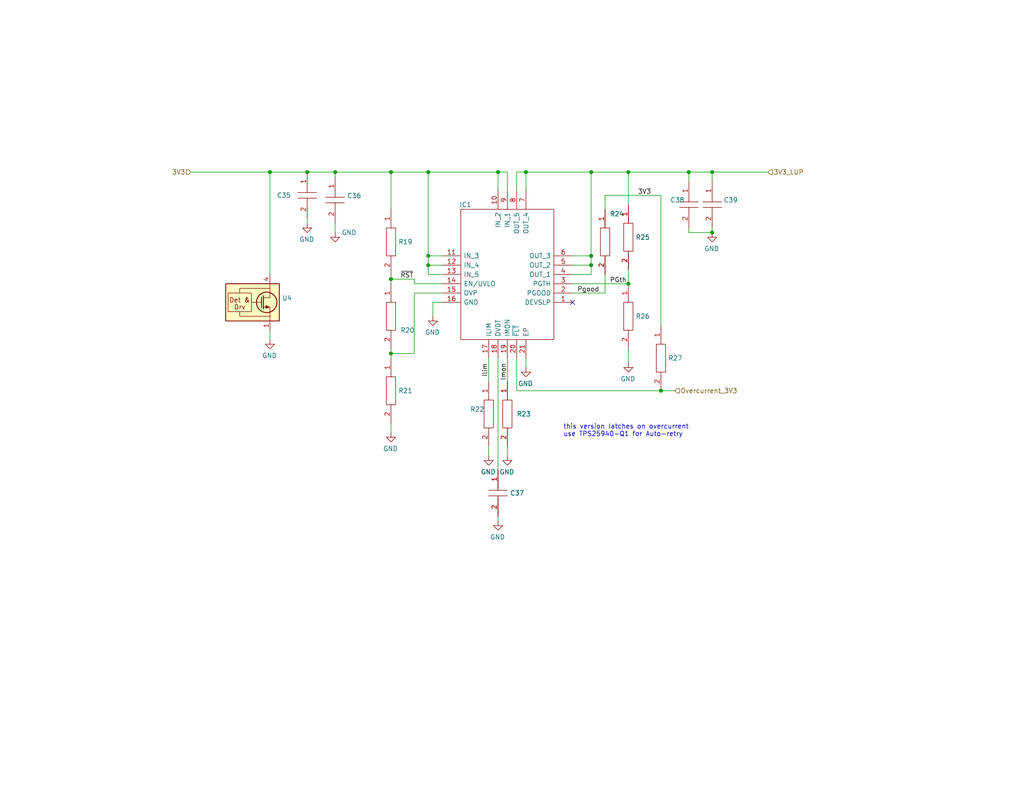
<source format=kicad_sch>
(kicad_sch (version 20211123) (generator eeschema)
  (paper "A")
  (lib_symbols
    (symbol "Power_Protection:TVS1800DRV" (pin_names (offset 0) hide)
      (property "Reference" "U" (at 2.54 1.27 0))
      (property "Value" "TVS1800DRV" (at 2.54 -1.27 0))
      (symbol "TVS1800DRV_0_0"
        (rectangle (start -11.43 2.54) (end -5.08 -2.54))
        (polyline (pts (xy 0 1.27) (xy -1.778 1.27)))
        (polyline (pts (xy -8.255 -2.54) (xy -8.255 -3.81) (xy 0 -3.81)))
        (polyline (pts (xy -8.255 2.54) (xy -8.255 3.81) (xy 0 3.81)))
        (text "Det &" (at -8.255 0.635 0) (effects (font (size 1.27 1.27))))
        (text "Drv" (at -8.255 -1.27 0) (effects (font (size 1.27 1.27))))
      )
      (symbol "TVS1800DRV_0_1"
        (rectangle (start -12.065 5.08) (end 2.54 -5.08) (stroke (width 0.254)) (fill (type background)))
        (circle (center -0.889 0) (radius 2.794) (stroke (width 0.254)))
        (polyline (pts (xy -2.286 0) (xy -5.08 0)))
        (polyline (pts (xy -2.286 1.397) (xy -2.286 -1.524)) (stroke (width 0.254)))
        (polyline (pts (xy -1.778 1.778) (xy -1.778 -1.778)) (stroke (width 0.254)))
        (polyline (pts (xy 0 -2.54) (xy 0 -5.08)))
        (polyline (pts (xy 0 2.54) (xy 0 1.27)))
        (polyline (pts (xy 0 5.08) (xy 0 2.54)))
        (polyline (pts (xy 0 -2.54) (xy 0 -1.27) (xy -1.778 -1.27)))
        (polyline (pts (xy -0.127 -1.27) (xy -1.143 -1.651) (xy -1.143 -0.889) (xy -0.127 -1.27)) (fill (type outline)))
      )
      (symbol "TVS1800DRV_1_1"
        (pin power_in line (at 0 -7.62 90) (length 2.54) (name "GND") (number "1"))
        (pin power_in line (at 0 -7.62 90) (length 2.54) hide (name "GND") (number "2"))
        (pin power_in line (at 0 -7.62 90) (length 2.54) hide (name "GND") (number "3"))
        (pin passive line (at 0 7.62 270) (length 2.54) (name "IN") (number "4"))
        (pin passive line (at 0 7.62 270) (length 2.54) hide (name "IN") (number "5"))
        (pin passive line (at 0 7.62 270) (length 2.54) hide (name "IN") (number "6"))
        (pin power_in line (at 0 -7.62 90) (length 2.54) hide (name "GND") (number "7"))
      )
    )
    (symbol "eFuse_alt_prototype-rescue:06031C104K4Z2A-SamacSys_Parts2" (pin_names (offset 0.762))
      (property "Reference" "C" (at 8.89 6.35 0))
      (property "Value" "06031C104K4Z2A-SamacSys_Parts2" (at 8.89 3.81 0))
      (symbol "06031C104K4Z2A-SamacSys_Parts2_0_0"
        (pin passive line (at 0 0 0) (length 5.08) (name "~") (number "1"))
        (pin passive line (at 12.7 0 180) (length 5.08) (name "~") (number "2"))
      )
      (symbol "06031C104K4Z2A-SamacSys_Parts2_0_1"
        (polyline (pts (xy 5.08 0) (xy 5.588 0)) (stroke (width 0.1524)))
        (polyline (pts (xy 5.588 2.54) (xy 5.588 -2.54)) (stroke (width 0.1524)))
        (polyline (pts (xy 7.112 0) (xy 7.62 0)) (stroke (width 0.1524)))
        (polyline (pts (xy 7.112 2.54) (xy 7.112 -2.54)) (stroke (width 0.1524)))
      )
    )
    (symbol "eFuse_alt_prototype-rescue:08053C105K4Z2A-SamacSys_Parts2" (pin_names (offset 0.762))
      (property "Reference" "C" (at 8.89 6.35 0))
      (property "Value" "08053C105K4Z2A-SamacSys_Parts2" (at 8.89 3.81 0))
      (symbol "08053C105K4Z2A-SamacSys_Parts2_0_0"
        (pin passive line (at 0 0 0) (length 5.08) (name "~") (number "1"))
        (pin passive line (at 12.7 0 180) (length 5.08) (name "~") (number "2"))
      )
      (symbol "08053C105K4Z2A-SamacSys_Parts2_0_1"
        (polyline (pts (xy 5.08 0) (xy 5.588 0)) (stroke (width 0.1524)))
        (polyline (pts (xy 5.588 2.54) (xy 5.588 -2.54)) (stroke (width 0.1524)))
        (polyline (pts (xy 7.112 0) (xy 7.62 0)) (stroke (width 0.1524)))
        (polyline (pts (xy 7.112 2.54) (xy 7.112 -2.54)) (stroke (width 0.1524)))
      )
    )
    (symbol "eFuse_alt_prototype-rescue:CRCW04021M00FKED-SamacSys_Parts2" (pin_names (offset 0.762))
      (property "Reference" "R" (at 13.97 6.35 0))
      (property "Value" "CRCW04021M00FKED-SamacSys_Parts2" (at 13.97 3.81 0))
      (symbol "CRCW04021M00FKED-SamacSys_Parts2_0_0"
        (pin passive line (at 0 0 0) (length 5.08) (name "~") (number "1"))
        (pin passive line (at 17.78 0 180) (length 5.08) (name "~") (number "2"))
      )
      (symbol "CRCW04021M00FKED-SamacSys_Parts2_0_1"
        (polyline (pts (xy 5.08 1.27) (xy 12.7 1.27) (xy 12.7 -1.27) (xy 5.08 -1.27) (xy 5.08 1.27)) (stroke (width 0.1524)))
      )
    )
    (symbol "eFuse_alt_prototype-rescue:GRM188R71H104KA93D-SamacSys_Parts2" (pin_names (offset 0.762))
      (property "Reference" "C" (at 8.89 6.35 0))
      (property "Value" "GRM188R71H104KA93D-SamacSys_Parts2" (at 8.89 3.81 0))
      (symbol "GRM188R71H104KA93D-SamacSys_Parts2_0_0"
        (pin passive line (at 0 0 0) (length 5.08) (name "~") (number "1"))
        (pin passive line (at 12.7 0 180) (length 5.08) (name "~") (number "2"))
      )
      (symbol "GRM188R71H104KA93D-SamacSys_Parts2_0_1"
        (polyline (pts (xy 5.08 0) (xy 5.588 0)) (stroke (width 0.1524)))
        (polyline (pts (xy 5.588 2.54) (xy 5.588 -2.54)) (stroke (width 0.1524)))
        (polyline (pts (xy 7.112 0) (xy 7.62 0)) (stroke (width 0.1524)))
        (polyline (pts (xy 7.112 2.54) (xy 7.112 -2.54)) (stroke (width 0.1524)))
      )
    )
    (symbol "eFuse_alt_prototype-rescue:TPS25940LQRVCRQ1-SamacSys_Parts2" (pin_names (offset 0.762))
      (property "Reference" "IC" (at 31.75 15.24 0))
      (property "Value" "TPS25940LQRVCRQ1-SamacSys_Parts2" (at 31.75 12.7 0))
      (symbol "TPS25940LQRVCRQ1-SamacSys_Parts2_0_0"
        (pin input line (at 0 0 0) (length 5.08) (name "DEVSLP") (number "1"))
        (pin input line (at 20.32 -30.48 90) (length 5.08) (name "IN_2") (number "10"))
        (pin input line (at 35.56 -12.7 180) (length 5.08) (name "IN_3") (number "11"))
        (pin input line (at 35.56 -10.16 180) (length 5.08) (name "IN_4") (number "12"))
        (pin input line (at 35.56 -7.62 180) (length 5.08) (name "IN_5") (number "13"))
        (pin input line (at 35.56 -5.08 180) (length 5.08) (name "EN/UVLO") (number "14"))
        (pin input line (at 35.56 -2.54 180) (length 5.08) (name "OVP") (number "15"))
        (pin power_in line (at 35.56 0 180) (length 5.08) (name "GND") (number "16"))
        (pin bidirectional line (at 22.86 15.24 270) (length 5.08) (name "ILIM") (number "17"))
        (pin bidirectional line (at 20.32 15.24 270) (length 5.08) (name "DVDT") (number "18"))
        (pin output line (at 17.78 15.24 270) (length 5.08) (name "IMON") (number "19"))
        (pin output line (at 0 -2.54 0) (length 5.08) (name "PGOOD") (number "2"))
        (pin output line (at 15.24 15.24 270) (length 5.08) (name "~{FLT}") (number "20"))
        (pin power_in line (at 12.7 15.24 270) (length 5.08) (name "EP") (number "21"))
        (pin input line (at 0 -5.08 0) (length 5.08) (name "PGTH") (number "3"))
        (pin output line (at 0 -7.62 0) (length 5.08) (name "OUT_1") (number "4"))
        (pin output line (at 0 -10.16 0) (length 5.08) (name "OUT_2") (number "5"))
        (pin output line (at 0 -12.7 0) (length 5.08) (name "OUT_3") (number "6"))
        (pin output line (at 12.7 -30.48 90) (length 5.08) (name "OUT_4") (number "7"))
        (pin output line (at 15.24 -30.48 90) (length 5.08) (name "OUT_5") (number "8"))
        (pin input line (at 17.78 -30.48 90) (length 5.08) (name "IN_1") (number "9"))
      )
      (symbol "TPS25940LQRVCRQ1-SamacSys_Parts2_0_1"
        (polyline (pts (xy 5.08 10.16) (xy 30.48 10.16) (xy 30.48 -25.4) (xy 5.08 -25.4) (xy 5.08 10.16)) (stroke (width 0.1524)))
      )
    )
    (symbol "power:GND" (power) (pin_names (offset 0))
      (property "Value" "GND" (at 0 -3.81 0))
      (symbol "GND_0_1"
        (polyline (pts (xy 0 0) (xy 0 -1.27) (xy 1.27 -1.27) (xy 0 -2.54) (xy -1.27 -1.27) (xy 0 -1.27)))
      )
      (symbol "GND_1_1"
        (pin power_in line (at 0 0 270) (length 0) hide (name "GND") (number "1"))
      )
    )
  )
  (junction (at 171.45 46.99))
  (junction (at 194.31 46.99))
  (junction (at 116.84 69.85))
  (junction (at 83.82 46.99))
  (junction (at 106.68 46.99))
  (junction (at 161.29 46.99))
  (junction (at 116.84 72.39))
  (junction (at 161.29 72.39))
  (junction (at 135.89 46.99))
  (junction (at 116.84 46.99))
  (junction (at 161.29 69.85))
  (junction (at 91.44 46.99))
  (junction (at 106.68 76.2))
  (junction (at 143.51 46.99))
  (junction (at 73.66 46.99))
  (junction (at 106.68 96.52))
  (junction (at 171.45 77.47))
  (junction (at 194.31 63.5))
  (junction (at 187.96 46.99))
  (junction (at 180.34 106.68))
  (no_connect (at 156.21 82.55))
  (wire (pts (xy 194.31 49.53) (xy 194.31 46.99)))
  (wire (pts (xy 133.35 124.46) (xy 133.35 121.92)))
  (wire (pts (xy 106.68 76.2) (xy 113.03 76.2)))
  (wire (pts (xy 52.07 46.99) (xy 73.66 46.99)))
  (wire (pts (xy 120.65 69.85) (xy 116.84 69.85)))
  (wire (pts (xy 156.21 69.85) (xy 161.29 69.85)))
  (wire (pts (xy 143.51 46.99) (xy 161.29 46.99)))
  (wire (pts (xy 118.11 82.55) (xy 118.11 86.36)))
  (wire (pts (xy 138.43 52.07) (xy 138.43 46.99)))
  (wire (pts (xy 106.68 96.52) (xy 113.03 96.52)))
  (wire (pts (xy 73.66 46.99) (xy 83.82 46.99)))
  (wire (pts (xy 161.29 46.99) (xy 171.45 46.99)))
  (wire (pts (xy 91.44 48.26) (xy 91.44 46.99)))
  (wire (pts (xy 171.45 73.66) (xy 171.45 77.47)))
  (wire (pts (xy 171.45 99.06) (xy 171.45 95.25)))
  (wire (pts (xy 116.84 74.93) (xy 120.65 74.93)))
  (wire (pts (xy 171.45 55.88) (xy 171.45 46.99)))
  (wire (pts (xy 113.03 76.2) (xy 113.03 77.47)))
  (wire (pts (xy 135.89 142.24) (xy 135.89 140.97)))
  (wire (pts (xy 156.21 80.01) (xy 165.1 80.01)))
  (wire (pts (xy 83.82 46.99) (xy 91.44 46.99)))
  (wire (pts (xy 187.96 63.5) (xy 194.31 63.5)))
  (wire (pts (xy 161.29 69.85) (xy 161.29 46.99)))
  (wire (pts (xy 106.68 118.11) (xy 106.68 115.57)))
  (wire (pts (xy 116.84 72.39) (xy 116.84 74.93)))
  (wire (pts (xy 165.1 80.01) (xy 165.1 74.93)))
  (wire (pts (xy 120.65 82.55) (xy 118.11 82.55)))
  (wire (pts (xy 143.51 52.07) (xy 143.51 46.99)))
  (wire (pts (xy 187.96 49.53) (xy 187.96 46.99)))
  (wire (pts (xy 83.82 60.96) (xy 83.82 59.69)))
  (wire (pts (xy 156.21 74.93) (xy 161.29 74.93)))
  (wire (pts (xy 106.68 96.52) (xy 106.68 95.25)))
  (wire (pts (xy 165.1 57.15) (xy 165.1 53.34)))
  (wire (pts (xy 138.43 97.79) (xy 138.43 104.14)))
  (wire (pts (xy 187.96 63.5) (xy 187.96 62.23)))
  (wire (pts (xy 138.43 46.99) (xy 135.89 46.99)))
  (wire (pts (xy 91.44 63.5) (xy 91.44 60.96)))
  (wire (pts (xy 161.29 69.85) (xy 161.29 72.39)))
  (wire (pts (xy 73.66 74.93) (xy 73.66 46.99)))
  (wire (pts (xy 194.31 46.99) (xy 209.55 46.99)))
  (wire (pts (xy 135.89 52.07) (xy 135.89 46.99)))
  (wire (pts (xy 91.44 46.99) (xy 106.68 46.99)))
  (wire (pts (xy 106.68 97.79) (xy 106.68 96.52)))
  (wire (pts (xy 135.89 97.79) (xy 135.89 128.27)))
  (wire (pts (xy 133.35 97.79) (xy 133.35 104.14)))
  (wire (pts (xy 138.43 124.46) (xy 138.43 121.92)))
  (wire (pts (xy 116.84 46.99) (xy 106.68 46.99)))
  (wire (pts (xy 143.51 97.79) (xy 143.51 100.33)))
  (wire (pts (xy 116.84 69.85) (xy 116.84 72.39)))
  (wire (pts (xy 106.68 57.15) (xy 106.68 46.99)))
  (wire (pts (xy 156.21 77.47) (xy 171.45 77.47)))
  (wire (pts (xy 165.1 53.34) (xy 180.34 53.34)))
  (wire (pts (xy 140.97 106.68) (xy 180.34 106.68)))
  (wire (pts (xy 161.29 72.39) (xy 161.29 74.93)))
  (wire (pts (xy 156.21 72.39) (xy 161.29 72.39)))
  (wire (pts (xy 106.68 76.2) (xy 106.68 74.93)))
  (wire (pts (xy 194.31 63.5) (xy 194.31 62.23)))
  (wire (pts (xy 113.03 77.47) (xy 120.65 77.47)))
  (wire (pts (xy 135.89 46.99) (xy 116.84 46.99)))
  (wire (pts (xy 113.03 80.01) (xy 120.65 80.01)))
  (wire (pts (xy 120.65 72.39) (xy 116.84 72.39)))
  (wire (pts (xy 116.84 69.85) (xy 116.84 46.99)))
  (wire (pts (xy 171.45 46.99) (xy 187.96 46.99)))
  (wire (pts (xy 187.96 46.99) (xy 194.31 46.99)))
  (wire (pts (xy 180.34 106.68) (xy 184.15 106.68)))
  (wire (pts (xy 140.97 97.79) (xy 140.97 106.68)))
  (wire (pts (xy 73.66 92.71) (xy 73.66 90.17)))
  (wire (pts (xy 140.97 52.07) (xy 140.97 46.99)))
  (wire (pts (xy 180.34 53.34) (xy 180.34 88.9)))
  (wire (pts (xy 140.97 46.99) (xy 143.51 46.99)))
  (wire (pts (xy 106.68 77.47) (xy 106.68 76.2)))
  (wire (pts (xy 113.03 96.52) (xy 113.03 80.01)))
  (text "this version latches on overcurrent\nuse TPS25940-Q1 for Auto-retry" (at 153.67 119.38 0) (effects (font (size 1.27 1.27)) (justify left bottom)))
  (label "3V3" (at 173.99 53.34 0))
  (label "Ilim" (at 133.35 102.87 90))
  (label "Imon" (at 138.43 99.06 270))
  (label "PGth" (at 166.37 77.47 0))
  (label "Pgood" (at 157.48 80.01 0))
  (label "~{RST}" (at 109.22 76.2 0))
  (hierarchical_label "3V3_LUP" (shape input) (at 209.55 46.99 0))
  (hierarchical_label "3V3" (shape input) (at 52.07 46.99 180))
  (hierarchical_label "Overcurrent_3V3" (shape input) (at 184.15 106.68 0))
  (symbol (lib_id "eFuse_alt_prototype-rescue:CRCW04021M00FKED-SamacSys_Parts2") (at 133.35 104.14 90) (mirror x) (unit 1)
    (property "Reference" "R22" (at 128.27 111.76 90) (effects (justify right)))
    (property "Datasheet" "http://www.vishay.com/docs/20035/dcrcwe3.pdf" (effects hide))
    (property "Description" "CRCW0402 Resistor T/R 0.063W,1%,1M Vishay CRCW Series Thick Film Surface Mount Resistor 0402 Case 1M?? ??1% 0.063W ??100ppm/??C" (effects hide))
    (property "Height" "0.4" (effects hide))
    (property "Manufacturer_Name" "Vishay" (effects hide))
    (property "Manufacturer_Part_Number" "CRCW0402150KFKTD" (effects hide))
    (property "MPN" "CRCW0402150KFKTD" (effects hide))
    (property "Manufacturer" "Vishay" (effects hide))
    (property "Part_Number" "CRCW0402150KFKTD" (effects hide))
  )
  (symbol (lib_id "eFuse_alt_prototype-rescue:TPS25940LQRVCRQ1-SamacSys_Parts2") (at 156.21 82.55 180) (unit 1)
    (property "Reference" "IC1" (at 127 55.88 0))
    (property "Datasheet" "http://www.ti.com/lit/gpn/tps25940-q1" (effects hide))
    (property "Description" "2.7V-18V Automotive Current-Limited Load Switch with Current Sense & Short-to-Battery Protection" (effects hide))
    (property "Height" "0.8" (effects hide))
    (property "Manufacturer_Name" "Texas Instruments" (effects hide))
    (property "Manufacturer_Part_Number" "TPS25940LQRVCRQ1" (effects hide))
    (property "Mouser Part Number" "595-TPS25940LQRVCRQ1" (effects hide))
    (property "Mouser Price/Stock" "https://www.mouser.co.uk/ProductDetail/Texas-Instruments/TPS25940LQRVCRQ1?qs=gTYE2QTfZfTg52QqB4aM7Q%3D%3D" (effects hide))
    (property "Arrow Part Number" "TPS25940LQRVCRQ1" (effects hide))
    (property "Arrow Price/Stock" "https://www.arrow.com/en/products/tps25940lqrvcrq1/texas-instruments" (effects hide))
    (property "MPN" "TPS25940LQRVCRQ1" (effects hide))
    (property "Manufacturer" "Texas Instruments" (effects hide))
    (property "Part_Number" "TPS25940LQRVCRQ1" (effects hide))
  )
  (symbol (lib_id "eFuse_alt_prototype-rescue:CRCW04021M00FKED-SamacSys_Parts2") (at 106.68 97.79 90) (mirror x) (unit 1)
    (property "Reference" "R21" (at 108.6612 106.68 90) (effects (justify right)))
    (property "Datasheet" "http://www.vishay.com/docs/20035/dcrcwe3.pdf" (effects hide))
    (property "Description" "CRCW0402 Resistor T/R 0.063W,1%,1M Vishay CRCW Series Thick Film Surface Mount Resistor 0402 Case 1M?? ??1% 0.063W ??100ppm/??C" (effects hide))
    (property "Height" "0.4" (effects hide))
    (property "Manufacturer_Name" "Vishay" (effects hide))
    (property "Manufacturer_Part_Number" "CRCW040247K5FKTD" (effects hide))
    (property "MPN" "CRCW040247K5FKTD" (effects hide))
    (property "Manufacturer" "Vishay" (effects hide))
    (property "Part_Number" "CRCW040247K5FKTD" (effects hide))
  )
  (symbol (lib_id "eFuse_alt_prototype-rescue:CRCW04021M00FKED-SamacSys_Parts2") (at 106.68 77.47 90) (mirror x) (unit 1)
    (property "Reference" "R20" (at 109.22 90.17 90) (effects (justify right)))
    (property "Datasheet" "http://www.vishay.com/docs/20035/dcrcwe3.pdf" (effects hide))
    (property "Description" "CRCW0402 Resistor T/R 0.063W,1%,1M Vishay CRCW Series Thick Film Surface Mount Resistor 0402 Case 1M?? ??1% 0.063W ??100ppm/??C" (effects hide))
    (property "Height" "0.4" (effects hide))
    (property "Manufacturer_Name" "Vishay" (effects hide))
    (property "Manufacturer_Part_Number" "CRCW040213K7FKED" (effects hide))
    (property "MPN" "CRCW040213K7FKED" (effects hide))
    (property "Manufacturer" "Vishay" (effects hide))
    (property "Part_Number" "CRCW040213K7FKED" (effects hide))
  )
  (symbol (lib_id "eFuse_alt_prototype-rescue:CRCW04021M00FKED-SamacSys_Parts2") (at 138.43 104.14 90) (mirror x) (unit 1)
    (property "Reference" "R23" (at 140.97 113.03 90) (effects (justify right)))
    (property "Datasheet" "http://www.vishay.com/docs/20035/dcrcwe3.pdf" (effects hide))
    (property "Description" "CRCW0402 Resistor T/R 0.063W,1%,1M Vishay CRCW Series Thick Film Surface Mount Resistor 0402 Case 1M?? ??1% 0.063W ??100ppm/??C" (effects hide))
    (property "Height" "0.4" (effects hide))
    (property "Manufacturer_Name" "Vishay" (effects hide))
    (property "Manufacturer_Part_Number" "CRCW040240K2FKED" (effects hide))
    (property "MPN" "CRCW040240K2FKED" (effects hide))
    (property "Manufacturer" "Vishay" (effects hide))
    (property "Part_Number" "CRCW040240K2FKED" (effects hide))
  )
  (symbol (lib_id "power:GND") (at 135.89 142.24 0) (mirror y) (unit 1)
    (property "Reference" "#PWR056" (effects hide))
    (property "Value" "GND" (at 135.763 146.6342 0))
  )
  (symbol (lib_id "Power_Protection:TVS1800DRV") (at 73.66 82.55 0) (unit 1)
    (property "Reference" "U4" (at 76.9366 81.3816 0) (effects (justify left)))
    (property "Datasheet" "http://www.ti.com/lit/ds/symlink/tvs1800.pdf" (effects hide))
  )
  (symbol (lib_id "power:GND") (at 194.31 63.5 0) (mirror y) (unit 1)
    (property "Reference" "#PWR060" (effects hide))
    (property "Value" "GND" (at 194.183 67.8942 0))
  )
  (symbol (lib_id "eFuse_alt_prototype-rescue:CRCW04021M00FKED-SamacSys_Parts2") (at 171.45 77.47 90) (mirror x) (unit 1)
    (property "Reference" "R26" (at 173.4312 86.36 90) (effects (justify right)))
    (property "Datasheet" "http://www.vishay.com/docs/20035/dcrcwe3.pdf" (effects hide))
    (property "Description" "CRCW0402 Resistor T/R 0.063W,1%,1M Vishay CRCW Series Thick Film Surface Mount Resistor 0402 Case 1M?? ??1% 0.063W ??100ppm/??C" (effects hide))
    (property "Height" "0.4" (effects hide))
    (property "Manufacturer_Name" "Vishay" (effects hide))
    (property "Manufacturer_Part_Number" "CRCW040268K1FKTD" (effects hide))
    (property "MPN" "CRCW040268K1FKTD" (effects hide))
    (property "Manufacturer" "Vishay" (effects hide))
    (property "Part_Number" "CRCW040268K1FKTD" (effects hide))
  )
  (symbol (lib_id "power:GND") (at 143.51 100.33 0) (mirror y) (unit 1)
    (property "Reference" "#PWR058" (effects hide))
    (property "Value" "GND" (at 143.383 104.7242 0))
  )
  (symbol (lib_id "power:GND") (at 171.45 99.06 0) (mirror y) (unit 1)
    (property "Reference" "#PWR059" (effects hide))
    (property "Value" "GND" (at 171.323 103.4542 0))
  )
  (symbol (lib_id "power:GND") (at 83.82 60.96 0) (mirror y) (unit 1)
    (property "Reference" "#PWR051" (effects hide))
    (property "Value" "GND" (at 83.693 65.3542 0))
  )
  (symbol (lib_id "eFuse_alt_prototype-rescue:06031C104K4Z2A-SamacSys_Parts2") (at 83.82 46.99 270) (unit 1)
    (property "Reference" "C35" (at 77.47 53.34 90))
    (property "Datasheet" "https://componentsearchengine.com/Datasheets/1/06031A100FAT2A.pdf" (effects hide))
    (property "Description" "Multilayer Ceramic Capacitors MLCC - SMD/SMT 100V .1uF X7R 0603 10% AEC-Q200 Flex" (effects hide))
    (property "Height" "0.9" (effects hide))
    (property "Manufacturer_Name" "AVX" (effects hide))
    (property "Manufacturer_Part_Number" "06031C104K4Z2A" (effects hide))
    (property "Mouser Part Number" "581-06031C104K4Z2A" (effects hide))
    (property "Mouser Price/Stock" "https://www.mouser.co.uk/ProductDetail/AVX/06031C104K4Z2A?qs=rI7uf1IzohSnOGTrilMFWw%3D%3D" (effects hide))
    (property "Arrow Part Number" "06031C104K4Z2A" (effects hide))
    (property "Arrow Price/Stock" "https://www.arrow.com/en/products/06031c104k4z2a/avx" (effects hide))
    (property "MPN" "06031C104K4Z2A" (effects hide))
    (property "Manufacturer" "AVX" (effects hide))
    (property "Part_Number" "06031C104K4Z2A" (effects hide))
  )
  (symbol (lib_id "power:GND") (at 118.11 86.36 0) (mirror y) (unit 1)
    (property "Reference" "#PWR054" (effects hide))
    (property "Value" "GND" (at 117.983 90.7542 0))
  )
  (symbol (lib_id "eFuse_alt_prototype-rescue:CRCW04021M00FKED-SamacSys_Parts2") (at 165.1 57.15 90) (mirror x) (unit 1)
    (property "Reference" "R24" (at 166.37 58.42 90) (effects (justify right)))
    (property "Datasheet" "http://www.vishay.com/docs/20035/dcrcwe3.pdf" (effects hide))
    (property "Description" "CRCW0402 Resistor T/R 0.063W,1%,1M Vishay CRCW Series Thick Film Surface Mount Resistor 0402 Case 1M?? ??1% 0.063W ??100ppm/??C" (effects hide))
    (property "Height" "0.4" (effects hide))
    (property "Manufacturer_Name" "Vishay" (effects hide))
    (property "Manufacturer_Part_Number" "CRCW040210K0DHEDP" (effects hide))
    (property "MPN" "CRCW040210K0DHEDP" (effects hide))
    (property "Manufacturer" "Vishay" (effects hide))
    (property "Part_Number" "CRCW040210K0DHEDP" (effects hide))
  )
  (symbol (lib_id "eFuse_alt_prototype-rescue:CRCW04021M00FKED-SamacSys_Parts2") (at 180.34 88.9 90) (mirror x) (unit 1)
    (property "Reference" "R27" (at 182.3212 97.79 90) (effects (justify right)))
    (property "Datasheet" "http://www.vishay.com/docs/20035/dcrcwe3.pdf" (effects hide))
    (property "Description" "CRCW0402 Resistor T/R 0.063W,1%,1M Vishay CRCW Series Thick Film Surface Mount Resistor 0402 Case 1M?? ??1% 0.063W ??100ppm/??C" (effects hide))
    (property "Height" "0.4" (effects hide))
    (property "Manufacturer_Name" "Vishay" (effects hide))
    (property "Manufacturer_Part_Number" "CRCW040210K0DHEDP" (effects hide))
    (property "MPN" "CRCW040210K0DHEDP" (effects hide))
    (property "Manufacturer" "Vishay" (effects hide))
    (property "Part_Number" "CRCW040210K0DHEDP" (effects hide))
  )
  (symbol (lib_id "eFuse_alt_prototype-rescue:06031C104K4Z2A-SamacSys_Parts2") (at 194.31 49.53 270) (unit 1)
    (property "Reference" "C39" (at 199.39 54.61 90))
    (property "Datasheet" "https://componentsearchengine.com/Datasheets/1/06031A100FAT2A.pdf" (effects hide))
    (property "Description" "Multilayer Ceramic Capacitors MLCC - SMD/SMT 100V .1uF X7R 0603 10% AEC-Q200 Flex" (effects hide))
    (property "Height" "0.9" (effects hide))
    (property "Manufacturer_Name" "AVX" (effects hide))
    (property "Manufacturer_Part_Number" "06031C104K4Z2A" (effects hide))
    (property "Mouser Part Number" "581-06031C104K4Z2A" (effects hide))
    (property "Mouser Price/Stock" "https://www.mouser.co.uk/ProductDetail/AVX/06031C104K4Z2A?qs=rI7uf1IzohSnOGTrilMFWw%3D%3D" (effects hide))
    (property "Arrow Part Number" "06031C104K4Z2A" (effects hide))
    (property "Arrow Price/Stock" "https://www.arrow.com/en/products/06031c104k4z2a/avx" (effects hide))
    (property "MPN" "06031C104K4Z2A" (effects hide))
    (property "Manufacturer" "AVX" (effects hide))
    (property "Part_Number" "06031C104K4Z2A" (effects hide))
  )
  (symbol (lib_id "power:GND") (at 91.44 63.5 0) (mirror y) (unit 1)
    (property "Reference" "#PWR052" (effects hide))
    (property "Value" "GND" (at 95.25 63.5 0))
  )
  (symbol (lib_id "eFuse_alt_prototype-rescue:CRCW04021M00FKED-SamacSys_Parts2") (at 106.68 57.15 90) (mirror x) (unit 1)
    (property "Reference" "R19" (at 108.6612 66.04 90) (effects (justify right)))
    (property "Datasheet" "http://www.vishay.com/docs/20035/dcrcwe3.pdf" (effects hide))
    (property "Description" "CRCW0402 Resistor T/R 0.063W,1%,1M Vishay CRCW Series Thick Film Surface Mount Resistor 0402 Case 1M?? ??1% 0.063W ??100ppm/??C" (effects hide))
    (property "Height" "0.4" (effects hide))
    (property "Manufacturer_Name" "Vishay" (effects hide))
    (property "Manufacturer_Part_Number" "CRCW0402150KFKTD" (effects hide))
    (property "MPN" "CRCW0402150KFKTD" (effects hide))
    (property "Manufacturer" "Vishay" (effects hide))
    (property "Part_Number" "CRCW0402150KFKTD" (effects hide))
  )
  (symbol (lib_id "eFuse_alt_prototype-rescue:GRM188R71H104KA93D-SamacSys_Parts2") (at 135.89 128.27 270) (unit 1)
    (property "Reference" "C37" (at 139.1412 134.62 90) (effects (justify left)))
    (property "Description" "Ceramic  SMT capacitor 100nF 50Vdc Murata 0603 GRM 100nF Ceramic Multilayer Capacitor, 50 V dc, +125?C, X7R Dielectric, ?10%" (effects hide))
    (property "Height" "0.9" (effects hide))
    (property "Manufacturer_Name" "AVX" (effects hide))
    (property "Manufacturer_Part_Number" "06031C332J4Z2A" (effects hide))
    (property "MPN" "06031C332J4Z2A" (effects hide))
    (property "Manufacturer" "AVX" (effects hide))
    (property "Part_Number" "06031C332J4Z2A" (effects hide))
  )
  (symbol (lib_id "power:GND") (at 133.35 124.46 0) (mirror y) (unit 1)
    (property "Reference" "#PWR055" (effects hide))
    (property "Value" "GND" (at 133.223 128.8542 0))
  )
  (symbol (lib_id "power:GND") (at 73.66 92.71 0) (mirror y) (unit 1)
    (property "Reference" "#PWR050" (effects hide))
    (property "Value" "GND" (at 73.533 97.1042 0))
  )
  (symbol (lib_id "eFuse_alt_prototype-rescue:08053C105K4Z2A-SamacSys_Parts2") (at 187.96 49.53 270) (unit 1)
    (property "Reference" "C38" (at 182.88 54.61 90) (effects (justify left)))
    (property "Datasheet" "https://componentsearchengine.com/Datasheets/2/08053C105K4Z2A.pdf" (effects hide))
    (property "Description" "AVX - 08053C105K4Z2A - CAP, MLCC, X7R, 1UF, 25V, 0805" (effects hide))
    (property "Height" "1.4" (effects hide))
    (property "Manufacturer_Name" "AVX" (effects hide))
    (property "Manufacturer_Part_Number" "08053C105K4Z2A" (effects hide))
    (property "Mouser Part Number" "581-08053C105K4Z2A" (effects hide))
    (property "Mouser Price/Stock" "https://www.mouser.co.uk/ProductDetail/AVX/08053C105K4Z2A?qs=jLe8BloMOxGHvOhVvSiRtg%3D%3D" (effects hide))
    (property "Arrow Part Number" "08053C105K4Z2A" (effects hide))
    (property "Arrow Price/Stock" "https://www.arrow.com/en/products/08053c105k4z2a/avx?region=nac" (effects hide))
    (property "MPN" "08053C105K4Z2A" (effects hide))
    (property "Manufacturer" "AVX" (effects hide))
    (property "Part_Number" "08053C105K4Z2A" (effects hide))
  )
  (symbol (lib_id "power:GND") (at 138.43 124.46 0) (mirror y) (unit 1)
    (property "Reference" "#PWR057" (effects hide))
    (property "Value" "GND" (at 138.303 128.8542 0))
  )
  (symbol (lib_id "eFuse_alt_prototype-rescue:08053C105K4Z2A-SamacSys_Parts2") (at 91.44 48.26 270) (unit 1)
    (property "Reference" "C36" (at 94.6912 53.4416 90) (effects (justify left)))
    (property "Datasheet" "https://componentsearchengine.com/Datasheets/2/08053C105K4Z2A.pdf" (effects hide))
    (property "Description" "AVX - 08053C105K4Z2A - CAP, MLCC, X7R, 1UF, 25V, 0805" (effects hide))
    (property "Height" "1.4" (effects hide))
    (property "Manufacturer_Name" "AVX" (effects hide))
    (property "Manufacturer_Part_Number" "08053C105K4Z2A" (effects hide))
    (property "Mouser Part Number" "581-08053C105K4Z2A" (effects hide))
    (property "Mouser Price/Stock" "https://www.mouser.co.uk/ProductDetail/AVX/08053C105K4Z2A?qs=jLe8BloMOxGHvOhVvSiRtg%3D%3D" (effects hide))
    (property "Arrow Part Number" "08053C105K4Z2A" (effects hide))
    (property "Arrow Price/Stock" "https://www.arrow.com/en/products/08053c105k4z2a/avx?region=nac" (effects hide))
    (property "MPN" "08053C105K4Z2A" (effects hide))
    (property "Manufacturer" "AVX" (effects hide))
    (property "Part_Number" "08053C105K4Z2A" (effects hide))
  )
  (symbol (lib_id "power:GND") (at 106.68 118.11 0) (mirror y) (unit 1)
    (property "Reference" "#PWR053" (effects hide))
    (property "Value" "GND" (at 106.553 122.5042 0))
  )
  (symbol (lib_id "eFuse_alt_prototype-rescue:CRCW04021M00FKED-SamacSys_Parts2") (at 171.45 55.88 90) (mirror x) (unit 1)
    (property "Reference" "R25" (at 173.4312 64.77 90) (effects (justify right)))
    (property "Datasheet" "http://www.vishay.com/docs/20035/dcrcwe3.pdf" (effects hide))
    (property "Description" "CRCW0402 Resistor T/R 0.063W,1%,1M Vishay CRCW Series Thick Film Surface Mount Resistor 0402 Case 1M?? ??1% 0.063W ??100ppm/??C" (effects hide))
    (property "Height" "0.4" (effects hide))
    (property "Manufacturer_Name" "Vishay" (effects hide))
    (property "Manufacturer_Part_Number" "CRCW0402150KFKTD" (effects hide))
    (property "MPN" "CRCW0402150KFKTD" (effects hide))
    (property "Manufacturer" "Vishay" (effects hide))
    (property "Part_Number" "CRCW0402150KFKTD" (effects hide))
  )
)
</source>
